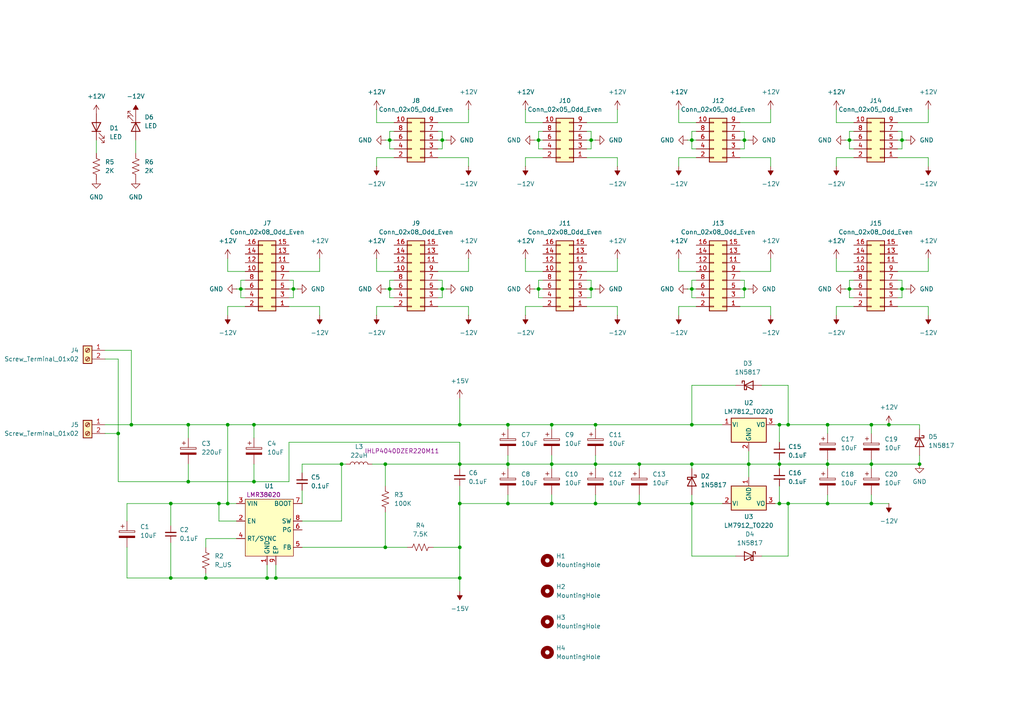
<source format=kicad_sch>
(kicad_sch (version 20231120) (generator "eeschema") (generator_version "8.0")
  (paper "A4")
  (junction (at 252.73 134.62))
  (junction (at 113.03 83.82))
  (junction (at 66.04 146.05))
  (junction (at 128.27 83.82))
  (junction (at 111.76 134.62))
  (junction (at 266.7 134.62))
  (junction (at 200.66 146.05))
  (junction (at 54.61 139.7))
  (junction (at 215.9 83.82))
  (junction (at 111.76 158.75))
  (junction (at 261.62 83.82))
  (junction (at 160.02 134.62))
  (junction (at 147.32 146.05))
  (junction (at 133.35 146.05))
  (junction (at 172.72 146.05))
  (junction (at 185.42 146.05))
  (junction (at 85.09 83.82))
  (junction (at 257.81 123.19))
  (junction (at 252.73 146.05))
  (junction (at 240.03 134.62))
  (junction (at 147.32 123.19))
  (junction (at 133.35 123.19))
  (junction (at 73.66 123.19))
  (junction (at 113.03 40.64))
  (junction (at 246.38 40.64))
  (junction (at 80.01 167.64))
  (junction (at 160.02 146.05))
  (junction (at 171.45 40.64))
  (junction (at 228.6 146.05))
  (junction (at 49.53 146.05))
  (junction (at 226.06 146.05))
  (junction (at 172.72 134.62))
  (junction (at 228.6 123.19))
  (junction (at 133.35 134.62))
  (junction (at 246.38 83.82))
  (junction (at 156.21 40.64))
  (junction (at 38.1 123.19))
  (junction (at 261.62 40.64))
  (junction (at 240.03 123.19))
  (junction (at 73.66 139.7))
  (junction (at 185.42 134.62))
  (junction (at 172.72 123.19))
  (junction (at 200.66 83.82))
  (junction (at 200.66 134.62))
  (junction (at 171.45 83.82))
  (junction (at 200.66 123.19))
  (junction (at 133.35 167.64))
  (junction (at 34.29 125.73))
  (junction (at 54.61 123.19))
  (junction (at 226.06 123.19))
  (junction (at 77.47 167.64))
  (junction (at 49.53 167.64))
  (junction (at 147.32 134.62))
  (junction (at 99.06 134.62))
  (junction (at 226.06 134.62))
  (junction (at 200.66 40.64))
  (junction (at 160.02 123.19))
  (junction (at 63.5 146.05))
  (junction (at 156.21 83.82))
  (junction (at 217.17 134.62))
  (junction (at 240.03 146.05))
  (junction (at 59.69 167.64))
  (junction (at 69.85 83.82))
  (junction (at 215.9 40.64))
  (junction (at 252.73 123.19))
  (junction (at 66.04 123.19))
  (junction (at 133.35 158.75))
  (junction (at 128.27 40.64))
  (wire (pts (xy 114.3 35.56) (xy 109.22 35.56)))
  (wire (pts (xy 66.04 146.05) (xy 66.04 123.19)))
  (wire (pts (xy 63.5 146.05) (xy 63.5 151.13)))
  (wire (pts (xy 240.03 133.35) (xy 240.03 134.62)))
  (wire (pts (xy 128.27 38.1) (xy 128.27 40.64)))
  (wire (pts (xy 36.83 146.05) (xy 36.83 151.13)))
  (wire (pts (xy 83.82 86.36) (xy 85.09 86.36)))
  (wire (pts (xy 99.06 134.62) (xy 100.33 134.62)))
  (wire (pts (xy 109.22 78.74) (xy 109.22 74.93)))
  (wire (pts (xy 147.32 123.19) (xy 147.32 124.46)))
  (wire (pts (xy 30.48 101.6) (xy 38.1 101.6)))
  (wire (pts (xy 133.35 134.62) (xy 133.35 135.89)))
  (wire (pts (xy 269.24 45.72) (xy 269.24 48.26)))
  (wire (pts (xy 87.63 134.62) (xy 99.06 134.62)))
  (wire (pts (xy 66.04 88.9) (xy 66.04 91.44)))
  (wire (pts (xy 260.35 43.18) (xy 261.62 43.18)))
  (wire (pts (xy 240.03 123.19) (xy 228.6 123.19)))
  (wire (pts (xy 113.03 81.28) (xy 113.03 83.82)))
  (wire (pts (xy 34.29 139.7) (xy 54.61 139.7)))
  (wire (pts (xy 49.53 157.48) (xy 49.53 167.64)))
  (wire (pts (xy 214.63 38.1) (xy 215.9 38.1)))
  (wire (pts (xy 114.3 38.1) (xy 113.03 38.1)))
  (wire (pts (xy 201.93 86.36) (xy 200.66 86.36)))
  (wire (pts (xy 260.35 35.56) (xy 269.24 35.56)))
  (wire (pts (xy 261.62 81.28) (xy 261.62 83.82)))
  (wire (pts (xy 127 40.64) (xy 128.27 40.64)))
  (wire (pts (xy 111.76 40.64) (xy 113.03 40.64)))
  (wire (pts (xy 196.85 78.74) (xy 196.85 74.93)))
  (wire (pts (xy 30.48 125.73) (xy 34.29 125.73)))
  (wire (pts (xy 200.66 146.05) (xy 209.55 146.05)))
  (wire (pts (xy 128.27 81.28) (xy 128.27 83.82)))
  (wire (pts (xy 226.06 134.62) (xy 240.03 134.62)))
  (wire (pts (xy 240.03 134.62) (xy 252.73 134.62)))
  (wire (pts (xy 36.83 167.64) (xy 49.53 167.64)))
  (wire (pts (xy 170.18 35.56) (xy 179.07 35.56)))
  (wire (pts (xy 171.45 86.36) (xy 171.45 83.82)))
  (wire (pts (xy 34.29 125.73) (xy 34.29 139.7)))
  (wire (pts (xy 54.61 134.62) (xy 54.61 139.7)))
  (wire (pts (xy 171.45 81.28) (xy 171.45 83.82)))
  (wire (pts (xy 252.73 134.62) (xy 266.7 134.62)))
  (wire (pts (xy 87.63 158.75) (xy 111.76 158.75)))
  (wire (pts (xy 201.93 45.72) (xy 196.85 45.72)))
  (wire (pts (xy 113.03 38.1) (xy 113.03 40.64)))
  (wire (pts (xy 125.73 158.75) (xy 133.35 158.75)))
  (wire (pts (xy 246.38 83.82) (xy 247.65 83.82)))
  (wire (pts (xy 157.48 43.18) (xy 156.21 43.18)))
  (wire (pts (xy 83.82 88.9) (xy 92.71 88.9)))
  (wire (pts (xy 171.45 83.82) (xy 172.72 83.82)))
  (wire (pts (xy 127 45.72) (xy 135.89 45.72)))
  (wire (pts (xy 127 38.1) (xy 128.27 38.1)))
  (wire (pts (xy 83.82 128.27) (xy 133.35 128.27)))
  (wire (pts (xy 133.35 123.19) (xy 147.32 123.19)))
  (wire (pts (xy 214.63 81.28) (xy 215.9 81.28)))
  (wire (pts (xy 54.61 123.19) (xy 66.04 123.19)))
  (wire (pts (xy 245.11 40.64) (xy 246.38 40.64)))
  (wire (pts (xy 257.81 123.19) (xy 252.73 123.19)))
  (wire (pts (xy 170.18 86.36) (xy 171.45 86.36)))
  (wire (pts (xy 152.4 78.74) (xy 152.4 74.93)))
  (wire (pts (xy 260.35 88.9) (xy 269.24 88.9)))
  (wire (pts (xy 261.62 86.36) (xy 261.62 83.82)))
  (wire (pts (xy 59.69 156.21) (xy 59.69 158.75)))
  (wire (pts (xy 160.02 123.19) (xy 160.02 124.46)))
  (wire (pts (xy 247.65 43.18) (xy 246.38 43.18)))
  (wire (pts (xy 247.65 38.1) (xy 246.38 38.1)))
  (wire (pts (xy 179.07 35.56) (xy 179.07 31.75)))
  (wire (pts (xy 114.3 43.18) (xy 113.03 43.18)))
  (wire (pts (xy 215.9 38.1) (xy 215.9 40.64)))
  (wire (pts (xy 128.27 43.18) (xy 128.27 40.64)))
  (wire (pts (xy 217.17 134.62) (xy 217.17 138.43)))
  (wire (pts (xy 172.72 123.19) (xy 172.72 124.46)))
  (wire (pts (xy 269.24 35.56) (xy 269.24 31.75)))
  (wire (pts (xy 199.39 40.64) (xy 200.66 40.64)))
  (wire (pts (xy 68.58 151.13) (xy 63.5 151.13)))
  (wire (pts (xy 213.36 161.29) (xy 200.66 161.29)))
  (wire (pts (xy 242.57 35.56) (xy 242.57 31.75)))
  (wire (pts (xy 226.06 133.35) (xy 226.06 134.62)))
  (wire (pts (xy 156.21 83.82) (xy 157.48 83.82)))
  (wire (pts (xy 133.35 146.05) (xy 147.32 146.05)))
  (wire (pts (xy 133.35 158.75) (xy 133.35 167.64)))
  (wire (pts (xy 247.65 35.56) (xy 242.57 35.56)))
  (wire (pts (xy 109.22 35.56) (xy 109.22 31.75)))
  (wire (pts (xy 214.63 35.56) (xy 223.52 35.56)))
  (wire (pts (xy 114.3 78.74) (xy 109.22 78.74)))
  (wire (pts (xy 59.69 166.37) (xy 59.69 167.64)))
  (wire (pts (xy 99.06 151.13) (xy 99.06 134.62)))
  (wire (pts (xy 133.35 115.57) (xy 133.35 123.19)))
  (wire (pts (xy 245.11 83.82) (xy 246.38 83.82)))
  (wire (pts (xy 92.71 78.74) (xy 92.71 74.93)))
  (wire (pts (xy 217.17 130.81) (xy 217.17 134.62)))
  (wire (pts (xy 196.85 45.72) (xy 196.85 48.26)))
  (wire (pts (xy 260.35 38.1) (xy 261.62 38.1)))
  (wire (pts (xy 147.32 132.08) (xy 147.32 134.62)))
  (wire (pts (xy 71.12 88.9) (xy 66.04 88.9)))
  (wire (pts (xy 214.63 88.9) (xy 223.52 88.9)))
  (wire (pts (xy 135.89 35.56) (xy 135.89 31.75)))
  (wire (pts (xy 87.63 142.24) (xy 87.63 146.05)))
  (wire (pts (xy 49.53 146.05) (xy 63.5 146.05)))
  (wire (pts (xy 200.66 38.1) (xy 200.66 40.64)))
  (wire (pts (xy 38.1 101.6) (xy 38.1 123.19)))
  (wire (pts (xy 156.21 38.1) (xy 156.21 40.64)))
  (wire (pts (xy 228.6 111.76) (xy 228.6 123.19)))
  (wire (pts (xy 185.42 146.05) (xy 200.66 146.05)))
  (wire (pts (xy 127 86.36) (xy 128.27 86.36)))
  (wire (pts (xy 127 88.9) (xy 135.89 88.9)))
  (wire (pts (xy 59.69 167.64) (xy 77.47 167.64)))
  (wire (pts (xy 172.72 134.62) (xy 185.42 134.62)))
  (wire (pts (xy 80.01 167.64) (xy 80.01 163.83)))
  (wire (pts (xy 172.72 132.08) (xy 172.72 134.62)))
  (wire (pts (xy 228.6 123.19) (xy 226.06 123.19)))
  (wire (pts (xy 127 43.18) (xy 128.27 43.18)))
  (wire (pts (xy 172.72 123.19) (xy 200.66 123.19)))
  (wire (pts (xy 224.79 123.19) (xy 226.06 123.19)))
  (wire (pts (xy 111.76 158.75) (xy 118.11 158.75)))
  (wire (pts (xy 80.01 167.64) (xy 77.47 167.64)))
  (wire (pts (xy 160.02 134.62) (xy 160.02 135.89)))
  (wire (pts (xy 240.03 134.62) (xy 240.03 135.89)))
  (wire (pts (xy 199.39 83.82) (xy 200.66 83.82)))
  (wire (pts (xy 215.9 86.36) (xy 215.9 83.82)))
  (wire (pts (xy 261.62 38.1) (xy 261.62 40.64)))
  (wire (pts (xy 87.63 134.62) (xy 87.63 137.16)))
  (wire (pts (xy 246.38 43.18) (xy 246.38 40.64)))
  (wire (pts (xy 128.27 40.64) (xy 129.54 40.64)))
  (wire (pts (xy 171.45 43.18) (xy 171.45 40.64)))
  (wire (pts (xy 223.52 88.9) (xy 223.52 91.44)))
  (wire (pts (xy 209.55 123.19) (xy 200.66 123.19)))
  (wire (pts (xy 160.02 132.08) (xy 160.02 134.62)))
  (wire (pts (xy 114.3 45.72) (xy 109.22 45.72)))
  (wire (pts (xy 157.48 35.56) (xy 152.4 35.56)))
  (wire (pts (xy 200.66 143.51) (xy 200.66 146.05)))
  (wire (pts (xy 135.89 78.74) (xy 135.89 74.93)))
  (wire (pts (xy 34.29 104.14) (xy 34.29 125.73)))
  (wire (pts (xy 49.53 167.64) (xy 59.69 167.64)))
  (wire (pts (xy 73.66 139.7) (xy 83.82 139.7)))
  (wire (pts (xy 201.93 38.1) (xy 200.66 38.1)))
  (wire (pts (xy 114.3 88.9) (xy 109.22 88.9)))
  (wire (pts (xy 49.53 146.05) (xy 49.53 152.4)))
  (wire (pts (xy 127 35.56) (xy 135.89 35.56)))
  (wire (pts (xy 114.3 81.28) (xy 113.03 81.28)))
  (wire (pts (xy 152.4 35.56) (xy 152.4 31.75)))
  (wire (pts (xy 223.52 45.72) (xy 223.52 48.26)))
  (wire (pts (xy 127 81.28) (xy 128.27 81.28)))
  (wire (pts (xy 30.48 123.19) (xy 38.1 123.19)))
  (wire (pts (xy 246.38 38.1) (xy 246.38 40.64)))
  (wire (pts (xy 85.09 83.82) (xy 86.36 83.82)))
  (wire (pts (xy 160.02 146.05) (xy 172.72 146.05)))
  (wire (pts (xy 266.7 124.46) (xy 266.7 123.19)))
  (wire (pts (xy 228.6 161.29) (xy 228.6 146.05)))
  (wire (pts (xy 196.85 35.56) (xy 196.85 31.75)))
  (wire (pts (xy 196.85 88.9) (xy 196.85 91.44)))
  (wire (pts (xy 223.52 78.74) (xy 223.52 74.93)))
  (wire (pts (xy 27.94 40.64) (xy 27.94 44.45)))
  (wire (pts (xy 71.12 78.74) (xy 66.04 78.74)))
  (wire (pts (xy 127 78.74) (xy 135.89 78.74)))
  (wire (pts (xy 147.32 146.05) (xy 160.02 146.05)))
  (wire (pts (xy 160.02 134.62) (xy 172.72 134.62)))
  (wire (pts (xy 157.48 45.72) (xy 152.4 45.72)))
  (wire (pts (xy 260.35 83.82) (xy 261.62 83.82)))
  (wire (pts (xy 170.18 43.18) (xy 171.45 43.18)))
  (wire (pts (xy 113.03 43.18) (xy 113.03 40.64)))
  (wire (pts (xy 92.71 88.9) (xy 92.71 91.44)))
  (wire (pts (xy 170.18 88.9) (xy 179.07 88.9)))
  (wire (pts (xy 157.48 38.1) (xy 156.21 38.1)))
  (wire (pts (xy 156.21 86.36) (xy 156.21 83.82)))
  (wire (pts (xy 111.76 134.62) (xy 111.76 140.97)))
  (wire (pts (xy 157.48 78.74) (xy 152.4 78.74)))
  (wire (pts (xy 247.65 45.72) (xy 242.57 45.72)))
  (wire (pts (xy 260.35 45.72) (xy 269.24 45.72)))
  (wire (pts (xy 107.95 134.62) (xy 111.76 134.62)))
  (wire (pts (xy 66.04 78.74) (xy 66.04 74.93)))
  (wire (pts (xy 200.66 86.36) (xy 200.66 83.82)))
  (wire (pts (xy 87.63 151.13) (xy 99.06 151.13)))
  (wire (pts (xy 247.65 86.36) (xy 246.38 86.36)))
  (wire (pts (xy 85.09 81.28) (xy 85.09 83.82)))
  (wire (pts (xy 214.63 78.74) (xy 223.52 78.74)))
  (wire (pts (xy 128.27 83.82) (xy 129.54 83.82)))
  (wire (pts (xy 223.52 35.56) (xy 223.52 31.75)))
  (wire (pts (xy 157.48 88.9) (xy 152.4 88.9)))
  (wire (pts (xy 71.12 81.28) (xy 69.85 81.28)))
  (wire (pts (xy 49.53 146.05) (xy 36.83 146.05)))
  (wire (pts (xy 242.57 45.72) (xy 242.57 48.26)))
  (wire (pts (xy 200.66 83.82) (xy 201.93 83.82)))
  (wire (pts (xy 200.66 40.64) (xy 201.93 40.64)))
  (wire (pts (xy 83.82 78.74) (xy 92.71 78.74)))
  (wire (pts (xy 214.63 83.82) (xy 215.9 83.82)))
  (wire (pts (xy 66.04 146.05) (xy 68.58 146.05)))
  (wire (pts (xy 66.04 123.19) (xy 73.66 123.19)))
  (wire (pts (xy 172.72 143.51) (xy 172.72 146.05)))
  (wire (pts (xy 252.73 125.73) (xy 252.73 123.19)))
  (wire (pts (xy 147.32 134.62) (xy 160.02 134.62)))
  (wire (pts (xy 152.4 88.9) (xy 152.4 91.44)))
  (wire (pts (xy 215.9 81.28) (xy 215.9 83.82)))
  (wire (pts (xy 69.85 81.28) (xy 69.85 83.82)))
  (wire (pts (xy 252.73 123.19) (xy 240.03 123.19)))
  (wire (pts (xy 252.73 133.35) (xy 252.73 134.62)))
  (wire (pts (xy 224.79 146.05) (xy 226.06 146.05)))
  (wire (pts (xy 39.37 40.64) (xy 39.37 44.45)))
  (wire (pts (xy 77.47 167.64) (xy 77.47 163.83)))
  (wire (pts (xy 260.35 78.74) (xy 269.24 78.74)))
  (wire (pts (xy 201.93 43.18) (xy 200.66 43.18)))
  (wire (pts (xy 111.76 148.59) (xy 111.76 158.75)))
  (wire (pts (xy 147.32 134.62) (xy 147.32 135.89)))
  (wire (pts (xy 133.35 134.62) (xy 147.32 134.62)))
  (wire (pts (xy 127 83.82) (xy 128.27 83.82)))
  (wire (pts (xy 133.35 146.05) (xy 133.35 158.75)))
  (wire (pts (xy 128.27 86.36) (xy 128.27 83.82)))
  (wire (pts (xy 114.3 86.36) (xy 113.03 86.36)))
  (wire (pts (xy 157.48 81.28) (xy 156.21 81.28)))
  (wire (pts (xy 179.07 88.9) (xy 179.07 91.44)))
  (wire (pts (xy 30.48 104.14) (xy 34.29 104.14)))
  (wire (pts (xy 113.03 83.82) (xy 114.3 83.82)))
  (wire (pts (xy 147.32 143.51) (xy 147.32 146.05)))
  (wire (pts (xy 215.9 40.64) (xy 217.17 40.64)))
  (wire (pts (xy 201.93 78.74) (xy 196.85 78.74)))
  (wire (pts (xy 220.98 111.76) (xy 228.6 111.76)))
  (wire (pts (xy 260.35 40.64) (xy 261.62 40.64)))
  (wire (pts (xy 156.21 43.18) (xy 156.21 40.64)))
  (wire (pts (xy 170.18 78.74) (xy 179.07 78.74)))
  (wire (pts (xy 85.09 86.36) (xy 85.09 83.82)))
  (wire (pts (xy 185.42 134.62) (xy 200.66 134.62)))
  (wire (pts (xy 246.38 86.36) (xy 246.38 83.82)))
  (wire (pts (xy 228.6 146.05) (xy 240.03 146.05)))
  (wire (pts (xy 200.66 134.62) (xy 200.66 135.89)))
  (wire (pts (xy 257.81 146.05) (xy 252.73 146.05)))
  (wire (pts (xy 226.06 134.62) (xy 226.06 135.89)))
  (wire (pts (xy 200.66 111.76) (xy 200.66 123.19)))
  (wire (pts (xy 185.42 143.51) (xy 185.42 146.05)))
  (wire (pts (xy 252.73 143.51) (xy 252.73 146.05)))
  (wire (pts (xy 172.72 134.62) (xy 172.72 135.89)))
  (wire (pts (xy 36.83 158.75) (xy 36.83 167.64)))
  (wire (pts (xy 247.65 78.74) (xy 242.57 78.74)))
  (wire (pts (xy 170.18 45.72) (xy 179.07 45.72)))
  (wire (pts (xy 246.38 81.28) (xy 246.38 83.82)))
  (wire (pts (xy 152.4 45.72) (xy 152.4 48.26)))
  (wire (pts (xy 71.12 86.36) (xy 69.85 86.36)))
  (wire (pts (xy 133.35 128.27) (xy 133.35 134.62)))
  (wire (pts (xy 135.89 45.72) (xy 135.89 48.26)))
  (wire (pts (xy 83.82 83.82) (xy 85.09 83.82)))
  (wire (pts (xy 73.66 134.62) (xy 73.66 139.7)))
  (wire (pts (xy 269.24 88.9) (xy 269.24 91.44)))
  (wire (pts (xy 170.18 40.64) (xy 171.45 40.64)))
  (wire (pts (xy 113.03 86.36) (xy 113.03 83.82)))
  (wire (pts (xy 260.35 86.36) (xy 261.62 86.36)))
  (wire (pts (xy 157.48 86.36) (xy 156.21 86.36)))
  (wire (pts (xy 261.62 43.18) (xy 261.62 40.64)))
  (wire (pts (xy 54.61 139.7) (xy 73.66 139.7)))
  (wire (pts (xy 217.17 134.62) (xy 226.06 134.62)))
  (wire (pts (xy 252.73 146.05) (xy 240.03 146.05)))
  (wire (pts (xy 240.03 125.73) (xy 240.03 123.19)))
  (wire (pts (xy 171.45 40.64) (xy 172.72 40.64)))
  (wire (pts (xy 63.5 146.05) (xy 66.04 146.05)))
  (wire (pts (xy 261.62 40.64) (xy 262.89 40.64)))
  (wire (pts (xy 200.66 43.18) (xy 200.66 40.64)))
  (wire (pts (xy 170.18 83.82) (xy 171.45 83.82)))
  (wire (pts (xy 109.22 45.72) (xy 109.22 48.26)))
  (wire (pts (xy 215.9 43.18) (xy 215.9 40.64)))
  (wire (pts (xy 261.62 83.82) (xy 262.89 83.82)))
  (wire (pts (xy 156.21 81.28) (xy 156.21 83.82)))
  (wire (pts (xy 200.66 161.29) (xy 200.66 146.05)))
  (wire (pts (xy 160.02 143.51) (xy 160.02 146.05)))
  (wire (pts (xy 200.66 134.62) (xy 217.17 134.62)))
  (wire (pts (xy 226.06 146.05) (xy 228.6 146.05)))
  (wire (pts (xy 147.32 123.19) (xy 160.02 123.19)))
  (wire (pts (xy 156.21 40.64) (xy 157.48 40.64)))
  (wire (pts (xy 226.06 123.19) (xy 226.06 128.27)))
  (wire (pts (xy 213.36 111.76) (xy 200.66 111.76)))
  (wire (pts (xy 201.93 35.56) (xy 196.85 35.56)))
  (wire (pts (xy 68.58 83.82) (xy 69.85 83.82)))
  (wire (pts (xy 252.73 134.62) (xy 252.73 135.89)))
  (wire (pts (xy 200.66 81.28) (xy 200.66 83.82)))
  (wire (pts (xy 247.65 88.9) (xy 242.57 88.9)))
  (wire (pts (xy 133.35 140.97) (xy 133.35 146.05)))
  (wire (pts (xy 246.38 40.64) (xy 247.65 40.64)))
  (wire (pts (xy 69.85 83.82) (xy 71.12 83.82)))
  (wire (pts (xy 201.93 81.28) (xy 200.66 81.28)))
  (wire (pts (xy 214.63 40.64) (xy 215.9 40.64)))
  (wire (pts (xy 214.63 43.18) (xy 215.9 43.18)))
  (wire (pts (xy 269.24 78.74) (xy 269.24 74.93)))
  (wire (pts (xy 179.07 45.72) (xy 179.07 48.26)))
  (wire (pts (xy 170.18 81.28) (xy 171.45 81.28)))
  (wire (pts (xy 247.65 81.28) (xy 246.38 81.28)))
  (wire (pts (xy 242.57 88.9) (xy 242.57 91.44)))
  (wire (pts (xy 133.35 167.64) (xy 133.35 171.45)))
  (wire (pts (xy 69.85 86.36) (xy 69.85 83.82)))
  (wire (pts (xy 54.61 127) (xy 54.61 123.19)))
  (wire (pts (xy 220.98 161.29) (xy 228.6 161.29)))
  (wire (pts (xy 111.76 134.62) (xy 133.35 134.62)))
  (wire (pts (xy 214.63 45.72) (xy 223.52 45.72)))
  (wire (pts (xy 215.9 83.82) (xy 217.17 83.82)))
  (wire (pts (xy 154.94 83.82) (xy 156.21 83.82)))
  (wire (pts (xy 160.02 123.19) (xy 172.72 123.19)))
  (wire (pts (xy 83.82 139.7) (xy 83.82 128.27)))
  (wire (pts (xy 73.66 123.19) (xy 73.66 127)))
  (wire (pts (xy 172.72 146.05) (xy 185.42 146.05)))
  (wire (pts (xy 260.35 81.28) (xy 261.62 81.28)))
  (wire (pts (xy 111.76 83.82) (xy 113.03 83.82)))
  (wire (pts (xy 109.22 88.9) (xy 109.22 91.44)))
  (wire (pts (xy 266.7 123.19) (xy 257.81 123.19)))
  (wire (pts (xy 226.06 140.97) (xy 226.06 146.05)))
  (wire (pts (xy 185.42 134.62) (xy 185.42 135.89)))
  (wire (pts (xy 73.66 123.19) (xy 133.35 123.19)))
  (wire (pts (xy 68.58 156.21) (xy 59.69 156.21)))
  (wire (pts (xy 240.03 143.51) (xy 240.03 146.05)))
  (wire (pts (xy 170.18 38.1) (xy 171.45 38.1)))
  (wire (pts (xy 214.63 86.36) (xy 215.9 86.36)))
  (wire (pts (xy 171.45 38.1) (xy 171.45 40.64)))
  (wire (pts (xy 242.57 78.74) (xy 242.57 74.93)))
  (wire (pts (xy 266.7 132.08) (xy 266.7 134.62)))
  (wire (pts (xy 154.94 40.64) (xy 156.21 40.64)))
  (wire (pts (xy 179.07 78.74) (xy 179.07 74.93)))
  (wire (pts (xy 83.82 81.28) (xy 85.09 81.28)))
  (wire (pts (xy 113.03 40.64) (xy 114.3 40.64)))
  (wire (pts (xy 201.93 88.9) (xy 196.85 88.9)))
  (wire (pts (xy 133.35 167.64) (xy 80.01 167.64)))
  (wire (pts (xy 135.89 88.9) (xy 135.89 91.44)))
  (wire (pts (xy 38.1 123.19) (xy 54.61 123.19)))
  (symbol (lib_id "Device:LED") (at 27.94 36.83 90) (unit 1)
    (property "Reference" "D1" (at 31.75 37.1474 90) (effects (justify right)))
    (property "Value" "LED" (at 31.75 39.6874 90) (effects (justify right)))
    (property "Footprint" "LED_SMD:LED_0603_1608Metric_Pad1.05x0.95mm_HandSolder" (effects (hide yes)))
    (property "Description" "Light emitting diode" (effects (hide yes)))
  )
  (symbol (lib_id "Mechanical:MountingHole") (at 158.75 180.34 0) (unit 1)
    (property "Reference" "H3" (at 161.29 179.0699 0) (effects (justify left)))
    (property "Value" "MountingHole" (at 161.29 181.6099 0) (effects (justify left)))
    (property "Footprint" "MountingHole:MountingHole_3.2mm_M3_Pad" (effects (hide yes)))
    (property "Description" "Mounting Hole without connection" (effects (hide yes)))
  )
  (symbol (lib_id "Synthesizer:LMR38010") (at 71.12 144.78 0) (unit 1)
    (property "Reference" "U1" (at 78.105 140.97 0))
    (property "Value" "~" (at 78.105 143.51 0))
    (property "Footprint" "Package_SO:SOIC-8-1EP_3.9x4.9mm_P1.27mm_EP2.29x3mm" (effects (hide yes)))
    (property "Description" "LMR38020" (at 76.454 143.51 0))
  )
  (symbol (lib_id "power:GND") (at 86.36 83.82 90) (unit 1)
    (property "Reference" "#PWR018" (effects (hide yes)))
    (property "Value" "GND" (at 90.17 83.8199 90) (effects (justify right)))
    (property "Description" "Power symbol creates a global label with name \"GND\" , ground" (effects (hide yes)))
  )
  (symbol (lib_id "power:+12V") (at 242.57 74.93 0) (unit 1)
    (property "Reference" "#PWR063" (effects (hide yes)))
    (property "Value" "+12V" (at 242.57 69.85 0))
    (property "Description" "Power symbol creates a global label with name \"+12V\"" (effects (hide yes)))
  )
  (symbol (lib_id "power:+12V") (at 269.24 74.93 0) (unit 1)
    (property "Reference" "#PWR074" (effects (hide yes)))
    (property "Value" "+12V" (at 269.24 69.85 0))
    (property "Description" "Power symbol creates a global label with name \"+12V\"" (effects (hide yes)))
  )
  (symbol (lib_id "Device:R_US") (at 121.92 158.75 90) (unit 1)
    (property "Reference" "R4" (at 121.92 152.4 90))
    (property "Value" "7.5K" (at 121.92 154.94 90))
    (property "Footprint" "Resistor_SMD:R_0603_1608Metric_Pad0.98x0.95mm_HandSolder" (effects (hide yes)))
    (property "Description" "Resistor, US symbol" (effects (hide yes)))
  )
  (symbol (lib_id "power:GND") (at 129.54 83.82 90) (unit 1)
    (property "Reference" "#PWR030" (effects (hide yes)))
    (property "Value" "GND" (at 133.35 83.8199 90) (effects (justify right)))
    (property "Description" "Power symbol creates a global label with name \"GND\" , ground" (effects (hide yes)))
  )
  (symbol (lib_id "power:+12V") (at 257.81 123.19 0) (unit 1)
    (property "Reference" "#PWR067" (effects (hide yes)))
    (property "Value" "+12V" (at 257.81 118.11 0))
    (property "Description" "Power symbol creates a global label with name \"+12V\"" (effects (hide yes)))
  )
  (symbol (lib_id "Device:C_Polarized") (at 252.73 129.54 0) (unit 1)
    (property "Reference" "C19" (at 256.54 127.3809 0) (effects (justify left)))
    (property "Value" "10uF" (at 256.54 129.9209 0) (effects (justify left)))
    (property "Footprint" "Capacitor_SMD:C_1210_3225Metric_Pad1.33x2.70mm_HandSolder" (effects (hide yes)))
    (property "Description" "Polarized capacitor" (effects (hide yes)))
  )
  (symbol (lib_id "Device:C_Small") (at 133.35 138.43 180) (unit 1)
    (property "Reference" "C6" (at 135.89 137.1535 0) (effects (justify right)))
    (property "Value" "0.1uF" (at 135.89 139.6935 0) (effects (justify right)))
    (property "Footprint" "Capacitor_SMD:C_0603_1608Metric" (effects (hide yes)))
    (property "Description" "Unpolarized capacitor, small symbol" (effects (hide yes)))
  )
  (symbol (lib_id "power:-12V") (at 196.85 48.26 180) (unit 1)
    (property "Reference" "#PWR050" (effects (hide yes)))
    (property "Value" "-12V" (at 196.85 53.34 0))
    (property "Description" "Power symbol creates a global label with name \"-12V\"" (effects (hide yes)))
  )
  (symbol (lib_id "power:-12V") (at 135.89 48.26 180) (unit 1)
    (property "Reference" "#PWR034" (effects (hide yes)))
    (property "Value" "-12V" (at 135.89 53.34 0))
    (property "Description" "Power symbol creates a global label with name \"-12V\"" (effects (hide yes)))
  )
  (symbol (lib_id "power:GND") (at 129.54 40.64 90) (unit 1)
    (property "Reference" "#PWR029" (effects (hide yes)))
    (property "Value" "GND" (at 133.35 40.6399 90) (effects (justify right)))
    (property "Description" "Power symbol creates a global label with name \"GND\" , ground" (effects (hide yes)))
  )
  (symbol (lib_id "power:GND") (at 217.17 83.82 90) (unit 1)
    (property "Reference" "#PWR056" (effects (hide yes)))
    (property "Value" "GND" (at 220.98 83.8199 90) (effects (justify right)))
    (property "Description" "Power symbol creates a global label with name \"GND\" , ground" (effects (hide yes)))
  )
  (symbol (lib_id "Device:C_Polarized") (at 240.03 129.54 0) (unit 1)
    (property "Reference" "C17" (at 243.84 127.3809 0) (effects (justify left)))
    (property "Value" "10uF" (at 243.84 129.9209 0) (effects (justify left)))
    (property "Footprint" "Capacitor_SMD:C_1210_3225Metric_Pad1.33x2.70mm_HandSolder" (effects (hide yes)))
    (property "Description" "Polarized capacitor" (effects (hide yes)))
  )
  (symbol (lib_id "Device:R_US") (at 39.37 48.26 0) (unit 1)
    (property "Reference" "R6" (at 41.91 46.9899 0) (effects (justify left)))
    (property "Value" "2K" (at 41.91 49.5299 0) (effects (justify left)))
    (property "Footprint" "Resistor_SMD:R_0603_1608Metric_Pad0.98x0.95mm_HandSolder" (effects (hide yes)))
    (property "Description" "Resistor, US symbol" (effects (hide yes)))
  )
  (symbol (lib_id "Device:C_Polarized") (at 160.02 139.7 0) (unit 1)
    (property "Reference" "C10" (at 163.83 137.5409 0) (effects (justify left)))
    (property "Value" "10uF" (at 163.83 140.0809 0) (effects (justify left)))
    (property "Footprint" "Capacitor_SMD:C_1210_3225Metric_Pad1.33x2.70mm_HandSolder" (effects (hide yes)))
    (property "Description" "Polarized capacitor" (effects (hide yes)))
  )
  (symbol (lib_id "power:GND") (at 172.72 40.64 90) (unit 1)
    (property "Reference" "#PWR043" (effects (hide yes)))
    (property "Value" "GND" (at 176.53 40.6399 90) (effects (justify right)))
    (property "Description" "Power symbol creates a global label with name \"GND\" , ground" (effects (hide yes)))
  )
  (symbol (lib_id "power:+12V") (at 196.85 31.75 0) (unit 1)
    (property "Reference" "#PWR049" (effects (hide yes)))
    (property "Value" "+12V" (at 196.85 26.67 0))
    (property "Description" "Power symbol creates a global label with name \"+12V\"" (effects (hide yes)))
  )
  (symbol (lib_id "Connector_Generic:Conn_02x08_Odd_Even") (at 78.74 81.28 180) (unit 1)
    (property "Reference" "J7" (at 77.47 64.77 0))
    (property "Value" "Conn_02x08_Odd_Even" (at 77.47 67.31 0))
    (property "Footprint" "Connector_PinHeader_2.54mm:PinHeader_2x08_P2.54mm_Vertical" (effects (hide yes)))
    (property "Description" "Generic connector, double row, 02x08, odd/even pin numbering scheme (row 1 odd numbers, row 2 even numbers), script generated (kicad-library-utils/schlib/autogen/connector/)" (effects (hide yes)))
  )
  (symbol (lib_id "power:GND") (at 266.7 134.62 0) (unit 1)
    (property "Reference" "#PWR071" (effects (hide yes)))
    (property "Value" "GND" (at 266.7 139.7 0))
    (property "Description" "Power symbol creates a global label with name \"GND\" , ground" (effects (hide yes)))
  )
  (symbol (lib_id "Device:C_Polarized") (at 240.03 139.7 0) (unit 1)
    (property "Reference" "C18" (at 243.84 137.5409 0) (effects (justify left)))
    (property "Value" "10uF" (at 243.84 140.0809 0) (effects (justify left)))
    (property "Footprint" "Capacitor_SMD:C_1210_3225Metric_Pad1.33x2.70mm_HandSolder" (effects (hide yes)))
    (property "Description" "Polarized capacitor" (effects (hide yes)))
  )
  (symbol (lib_id "power:-12V") (at 242.57 91.44 180) (unit 1)
    (property "Reference" "#PWR064" (effects (hide yes)))
    (property "Value" "-12V" (at 242.57 96.52 0))
    (property "Description" "Power symbol creates a global label with name \"-12V\"" (effects (hide yes)))
  )
  (symbol (lib_id "power:GND") (at 172.72 83.82 90) (unit 1)
    (property "Reference" "#PWR044" (effects (hide yes)))
    (property "Value" "GND" (at 176.53 83.8199 90) (effects (justify right)))
    (property "Description" "Power symbol creates a global label with name \"GND\" , ground" (effects (hide yes)))
  )
  (symbol (lib_id "power:+12V") (at 92.71 74.93 0) (unit 1)
    (property "Reference" "#PWR021" (effects (hide yes)))
    (property "Value" "+12V" (at 92.71 69.85 0))
    (property "Description" "Power symbol creates a global label with name \"+12V\"" (effects (hide yes)))
  )
  (symbol (lib_id "power:GND") (at 262.89 83.82 90) (unit 1)
    (property "Reference" "#PWR070" (effects (hide yes)))
    (property "Value" "GND" (at 266.7 83.8199 90) (effects (justify right)))
    (property "Description" "Power symbol creates a global label with name \"GND\" , ground" (effects (hide yes)))
  )
  (symbol (lib_id "power:+12V") (at 242.57 31.75 0) (unit 1)
    (property "Reference" "#PWR061" (effects (hide yes)))
    (property "Value" "+12V" (at 242.57 26.67 0))
    (property "Description" "Power symbol creates a global label with name \"+12V\"" (effects (hide yes)))
  )
  (symbol (lib_id "Device:C_Polarized") (at 160.02 128.27 0) (unit 1)
    (property "Reference" "C9" (at 163.83 126.1109 0) (effects (justify left)))
    (property "Value" "10uF" (at 163.83 128.6509 0) (effects (justify left)))
    (property "Footprint" "Capacitor_SMD:C_1210_3225Metric_Pad1.33x2.70mm_HandSolder" (effects (hide yes)))
    (property "Description" "Polarized capacitor" (effects (hide yes)))
  )
  (symbol (lib_id "power:+12V") (at 135.89 74.93 0) (unit 1)
    (property "Reference" "#PWR035" (effects (hide yes)))
    (property "Value" "+12V" (at 135.89 69.85 0))
    (property "Description" "Power symbol creates a global label with name \"+12V\"" (effects (hide yes)))
  )
  (symbol (lib_id "power:GND") (at 217.17 40.64 90) (unit 1)
    (property "Reference" "#PWR055" (effects (hide yes)))
    (property "Value" "GND" (at 220.98 40.6399 90) (effects (justify right)))
    (property "Description" "Power symbol creates a global label with name \"GND\" , ground" (effects (hide yes)))
  )
  (symbol (lib_id "power:-12V") (at 133.35 171.45 180) (unit 1)
    (property "Reference" "#PWR032" (effects (hide yes)))
    (property "Value" "-15V" (at 133.35 176.53 0))
    (property "Description" "Power symbol creates a global label with name \"-12V\"" (effects (hide yes)))
  )
  (symbol (lib_id "power:-12V") (at 242.57 48.26 180) (unit 1)
    (property "Reference" "#PWR062" (effects (hide yes)))
    (property "Value" "-12V" (at 242.57 53.34 0))
    (property "Description" "Power symbol creates a global label with name \"-12V\"" (effects (hide yes)))
  )
  (symbol (lib_id "Diode:1N5817") (at 217.17 161.29 0) (mirror y) (unit 1)
    (property "Reference" "D4" (at 217.4875 154.94 0))
    (property "Value" "1N5817" (at 217.4875 157.48 0))
    (property "Footprint" "Diode_SMD:D_SOD-123" (effects (hide yes)))
    (property "Datasheet" "http://www.vishay.com/docs/88525/1n5817.pdf" (effects (hide yes)))
    (property "Description" "20V 1A Schottky Barrier Rectifier Diode, DO-41" (effects (hide yes)))
  )
  (symbol (lib_id "Connector:Screw_Terminal_01x02") (at 25.4 123.19 0) (mirror y) (unit 1)
    (property "Reference" "J5" (at 22.86 123.1899 0) (effects (justify left)))
    (property "Value" "Screw_Terminal_01x02" (at 22.86 125.7299 0) (effects (justify left)))
    (property "Footprint" "TerminalBlock_Phoenix:TerminalBlock_Phoenix_PT-1,5-2-3.5-H_1x02_P3.50mm_Horizontal" (effects (hide yes)))
    (property "Description" "Generic screw terminal, single row, 01x02, script generated (kicad-library-utils/schlib/autogen/connector/)" (effects (hide yes)))
  )
  (symbol (lib_id "power:+12V") (at 269.24 31.75 0) (unit 1)
    (property "Reference" "#PWR072" (effects (hide yes)))
    (property "Value" "+12V" (at 269.24 26.67 0))
    (property "Description" "Power symbol creates a global label with name \"+12V\"" (effects (hide yes)))
  )
  (symbol (lib_id "power:-12V") (at 223.52 48.26 180) (unit 1)
    (property "Reference" "#PWR058" (effects (hide yes)))
    (property "Value" "-12V" (at 223.52 53.34 0))
    (property "Description" "Power symbol creates a global label with name \"-12V\"" (effects (hide yes)))
  )
  (symbol (lib_id "power:-12V") (at 179.07 91.44 180) (unit 1)
    (property "Reference" "#PWR048" (effects (hide yes)))
    (property "Value" "-12V" (at 179.07 96.52 0))
    (property "Description" "Power symbol creates a global label with name \"-12V\"" (effects (hide yes)))
  )
  (symbol (lib_id "power:GND") (at 245.11 83.82 270) (unit 1)
    (property "Reference" "#PWR066" (effects (hide yes)))
    (property "Value" "GND" (at 241.3 83.8199 90) (effects (justify right)))
    (property "Description" "Power symbol creates a global label with name \"GND\" , ground" (effects (hide yes)))
  )
  (symbol (lib_id "power:-12V") (at 66.04 91.44 180) (unit 1)
    (property "Reference" "#PWR014" (effects (hide yes)))
    (property "Value" "-12V" (at 66.04 96.52 0))
    (property "Description" "Power symbol creates a global label with name \"-12V\"" (effects (hide yes)))
  )
  (symbol (lib_id "Connector_Generic:Conn_02x08_Odd_Even") (at 255.27 81.28 180) (unit 1)
    (property "Reference" "J15" (at 254 64.77 0))
    (property "Value" "Conn_02x08_Odd_Even" (at 254 67.31 0))
    (property "Footprint" "Connector_PinHeader_2.54mm:PinHeader_2x08_P2.54mm_Vertical" (effects (hide yes)))
    (property "Description" "Generic connector, double row, 02x08, odd/even pin numbering scheme (row 1 odd numbers, row 2 even numbers), script generated (kicad-library-utils/schlib/autogen/connector/)" (effects (hide yes)))
  )
  (symbol (lib_id "Connector_Generic:Conn_02x08_Odd_Even") (at 165.1 81.28 180) (unit 1)
    (property "Reference" "J11" (at 163.83 64.77 0))
    (property "Value" "Conn_02x08_Odd_Even" (at 163.83 67.31 0))
    (property "Footprint" "Connector_PinHeader_2.54mm:PinHeader_2x08_P2.54mm_Vertical" (effects (hide yes)))
    (property "Description" "Generic connector, double row, 02x08, odd/even pin numbering scheme (row 1 odd numbers, row 2 even numbers), script generated (kicad-library-utils/schlib/autogen/connector/)" (effects (hide yes)))
  )
  (symbol (lib_id "Device:C_Small") (at 49.53 154.94 180) (unit 1)
    (property "Reference" "C2" (at 52.07 153.6635 0) (effects (justify right)))
    (property "Value" "0.1uF" (at 52.07 156.2035 0) (effects (justify right)))
    (property "Footprint" "Capacitor_SMD:C_0603_1608Metric" (effects (hide yes)))
    (property "Description" "Unpolarized capacitor, small symbol" (effects (hide yes)))
  )
  (symbol (lib_id "Regulator_Linear:LM7912_TO220") (at 217.17 146.05 0) (unit 1)
    (property "Reference" "U3" (at 217.17 149.86 0))
    (property "Value" "LM7912_TO220" (at 217.17 152.4 0))
    (property "Footprint" "Package_TO_SOT_THT:TO-220-3_Horizontal_TabDown" (effects (hide yes)))
    (property "Datasheet" "hhttps://www.onsemi.com/pub/Collateral/MC7900-D.PDF" (effects (hide yes)))
    (property "Description" "Negative 1A 35V Linear Regulator, Fixed Output 12V, TO-220" (effects (hide yes)))
  )
  (symbol (lib_id "Regulator_Linear:LM7812_TO220") (at 217.17 123.19 0) (unit 1)
    (property "Reference" "U2" (at 217.17 116.84 0))
    (property "Value" "LM7812_TO220" (at 217.17 119.38 0))
    (property "Footprint" "Package_TO_SOT_THT:TO-220-3_Horizontal_TabDown" (effects (hide yes)))
    (property "Datasheet" "https://www.onsemi.cn/PowerSolutions/document/MC7800-D.PDF" (effects (hide yes)))
    (property "Description" "Positive 1A 35V Linear Regulator, Fixed Output 12V, TO-220" (effects (hide yes)))
  )
  (symbol (lib_id "power:-12V") (at 109.22 91.44 180) (unit 1)
    (property "Reference" "#PWR026" (effects (hide yes)))
    (property "Value" "-12V" (at 109.22 96.52 0))
    (property "Description" "Power symbol creates a global label with name \"-12V\"" (effects (hide yes)))
  )
  (symbol (lib_id "Connector_Generic:Conn_02x05_Odd_Even") (at 165.1 40.64 180) (unit 1)
    (property "Reference" "J10" (at 163.83 29.21 0))
    (property "Value" "Conn_02x05_Odd_Even" (at 163.83 31.75 0))
    (property "Footprint" "Connector_PinHeader_2.54mm:PinHeader_2x05_P2.54mm_Vertical" (effects (hide yes)))
    (property "Description" "Generic connector, double row, 02x05, odd/even pin numbering scheme (row 1 odd numbers, row 2 even numbers), script generated (kicad-library-utils/schlib/autogen/connector/)" (effects (hide yes)))
  )
  (symbol (lib_id "power:+12V") (at 109.22 74.93 0) (unit 1)
    (property "Reference" "#PWR025" (effects (hide yes)))
    (property "Value" "+12V" (at 109.22 69.85 0))
    (property "Description" "Power symbol creates a global label with name \"+12V\"" (effects (hide yes)))
  )
  (symbol (lib_id "power:-12V") (at 196.85 91.44 180) (unit 1)
    (property "Reference" "#PWR052" (effects (hide yes)))
    (property "Value" "-12V" (at 196.85 96.52 0))
    (property "Description" "Power symbol creates a global label with name \"-12V\"" (effects (hide yes)))
  )
  (symbol (lib_id "power:+12V") (at 27.94 33.02 0) (unit 1)
    (property "Reference" "#PWR01" (effects (hide yes)))
    (property "Value" "+12V" (at 27.94 27.94 0))
    (property "Description" "Power symbol creates a global label with name \"+12V\"" (effects (hide yes)))
  )
  (symbol (lib_id "power:GND") (at 68.58 83.82 270) (unit 1)
    (property "Reference" "#PWR016" (effects (hide yes)))
    (property "Value" "GND" (at 64.77 83.8199 90) (effects (justify right)))
    (property "Description" "Power symbol creates a global label with name \"GND\" , ground" (effects (hide yes)))
  )
  (symbol (lib_id "Device:C_Small") (at 226.06 138.43 0) (unit 1)
    (property "Reference" "C16" (at 228.6 137.1662 0) (effects (justify left)))
    (property "Value" "0.1uF" (at 228.6 139.7062 0) (effects (justify left)))
    (property "Footprint" "Capacitor_SMD:C_0603_1608Metric" (effects (hide yes)))
    (property "Description" "Unpolarized capacitor, small symbol" (effects (hide yes)))
  )
  (symbol (lib_id "Device:R_US") (at 27.94 48.26 0) (unit 1)
    (property "Reference" "R5" (at 30.48 46.9899 0) (effects (justify left)))
    (property "Value" "2K" (at 30.48 49.5299 0) (effects (justify left)))
    (property "Footprint" "Resistor_SMD:R_0603_1608Metric_Pad0.98x0.95mm_HandSolder" (effects (hide yes)))
    (property "Description" "Resistor, US symbol" (effects (hide yes)))
  )
  (symbol (lib_id "Diode:1N5817") (at 266.7 128.27 270) (unit 1)
    (property "Reference" "D5" (at 269.24 126.6824 90) (effects (justify left)))
    (property "Value" "1N5817" (at 269.24 129.2224 90) (effects (justify left)))
    (property "Footprint" "Diode_SMD:D_SOD-123" (effects (hide yes)))
    (property "Datasheet" "http://www.vishay.com/docs/88525/1n5817.pdf" (effects (hide yes)))
    (property "Description" "20V 1A Schottky Barrier Rectifier Diode, DO-41" (effects (hide yes)))
  )
  (symbol (lib_id "Connector_Generic:Conn_02x05_Odd_Even") (at 121.92 40.64 180) (unit 1)
    (property "Reference" "J8" (at 120.65 29.21 0))
    (property "Value" "Conn_02x05_Odd_Even" (at 120.65 31.75 0))
    (property "Footprint" "Connector_PinHeader_2.54mm:PinHeader_2x05_P2.54mm_Vertical" (effects (hide yes)))
    (property "Description" "Generic connector, double row, 02x05, odd/even pin numbering scheme (row 1 odd numbers, row 2 even numbers), script generated (kicad-library-utils/schlib/autogen/connector/)" (effects (hide yes)))
  )
  (symbol (lib_id "Diode:1N5817") (at 200.66 139.7 270) (unit 1)
    (property "Reference" "D2" (at 203.2 138.1124 90) (effects (justify left)))
    (property "Value" "1N5817" (at 203.2 140.6524 90) (effects (justify left)))
    (property "Footprint" "Diode_SMD:D_SOD-123" (effects (hide yes)))
    (property "Datasheet" "http://www.vishay.com/docs/88525/1n5817.pdf" (effects (hide yes)))
    (property "Description" "20V 1A Schottky Barrier Rectifier Diode, DO-41" (effects (hide yes)))
  )
  (symbol (lib_id "power:-12V") (at 152.4 48.26 180) (unit 1)
    (property "Reference" "#PWR038" (effects (hide yes)))
    (property "Value" "-12V" (at 152.4 53.34 0))
    (property "Description" "Power symbol creates a global label with name \"-12V\"" (effects (hide yes)))
  )
  (symbol (lib_id "power:-12V") (at 257.81 146.05 180) (unit 1)
    (property "Reference" "#PWR068" (effects (hide yes)))
    (property "Value" "-12V" (at 257.81 151.13 0))
    (property "Description" "Power symbol creates a global label with name \"-12V\"" (effects (hide yes)))
  )
  (symbol (lib_id "Device:C_Polarized") (at 172.72 139.7 0) (unit 1)
    (property "Reference" "C12" (at 176.53 137.5409 0) (effects (justify left)))
    (property "Value" "10uF" (at 176.53 140.0809 0) (effects (justify left)))
    (property "Footprint" "Capacitor_SMD:C_1210_3225Metric_Pad1.33x2.70mm_HandSolder" (effects (hide yes)))
    (property "Description" "Polarized capacitor" (effects (hide yes)))
  )
  (symbol (lib_id "Device:R_US") (at 59.69 162.56 0) (unit 1)
    (property "Reference" "R2" (at 62.23 161.2899 0) (effects (justify left)))
    (property "Value" "R_US" (at 62.23 163.8299 0) (effects (justify left)))
    (property "Footprint" "Resistor_SMD:R_0603_1608Metric_Pad0.98x0.95mm_HandSolder" (effects (hide yes)))
    (property "Description" "Resistor, US symbol" (effects (hide yes)))
  )
  (symbol (lib_id "power:+12V") (at 135.89 31.75 0) (unit 1)
    (property "Reference" "#PWR033" (effects (hide yes)))
    (property "Value" "+12V" (at 135.89 26.67 0))
    (property "Description" "Power symbol creates a global label with name \"+12V\"" (effects (hide yes)))
  )
  (symbol (lib_id "Mechanical:MountingHole") (at 158.75 162.56 0) (unit 1)
    (property "Reference" "H1" (at 161.29 161.2899 0) (effects (justify left)))
    (property "Value" "MountingHole" (at 161.29 163.8299 0) (effects (justify left)))
    (property "Footprint" "MountingHole:MountingHole_3.2mm_M3_Pad" (effects (hide yes)))
    (property "Description" "Mounting Hole without connection" (effects (hide yes)))
  )
  (symbol (lib_id "power:+12V") (at 223.52 74.93 0) (unit 1)
    (property "Reference" "#PWR059" (effects (hide yes)))
    (property "Value" "+12V" (at 223.52 69.85 0))
    (property "Description" "Power symbol creates a global label with name \"+12V\"" (effects (hide yes)))
  )
  (symbol (lib_id "power:-12V") (at 152.4 91.44 180) (unit 1)
    (property "Reference" "#PWR040" (effects (hide yes)))
    (property "Value" "-12V" (at 152.4 96.52 0))
    (property "Description" "Power symbol creates a global label with name \"-12V\"" (effects (hide yes)))
  )
  (symbol (lib_id "power:+12V") (at 223.52 31.75 0) (unit 1)
    (property "Reference" "#PWR057" (effects (hide yes)))
    (property "Value" "+12V" (at 223.52 26.67 0))
    (property "Description" "Power symbol creates a global label with name \"+12V\"" (effects (hide yes)))
  )
  (symbol (lib_id "power:GND") (at 154.94 83.82 270) (unit 1)
    (property "Reference" "#PWR042" (effects (hide yes)))
    (property "Value" "GND" (at 151.13 83.8199 90) (effects (justify right)))
    (property "Description" "Power symbol creates a global label with name \"GND\" , ground" (effects (hide yes)))
  )
  (symbol (lib_id "Diode:1N5817") (at 217.17 111.76 0) (unit 1)
    (property "Reference" "D3" (at 216.8525 105.41 0))
    (property "Value" "1N5817" (at 216.8525 107.95 0))
    (property "Footprint" "Diode_SMD:D_SOD-123" (effects (hide yes)))
    (property "Datasheet" "http://www.vishay.com/docs/88525/1n5817.pdf" (effects (hide yes)))
    (property "Description" "20V 1A Schottky Barrier Rectifier Diode, DO-41" (effects (hide yes)))
  )
  (symbol (lib_id "power:+12V") (at 152.4 31.75 0) (unit 1)
    (property "Reference" "#PWR037" (effects (hide yes)))
    (property "Value" "+12V" (at 152.4 26.67 0))
    (property "Description" "Power symbol creates a global label with name \"+12V\"" (effects (hide yes)))
  )
  (symbol (lib_id "power:-12V") (at 179.07 48.26 180) (unit 1)
    (property "Reference" "#PWR046" (effects (hide yes)))
    (property "Value" "-12V" (at 179.07 53.34 0))
    (property "Description" "Power symbol creates a global label with name \"-12V\"" (effects (hide yes)))
  )
  (symbol (lib_id "Device:C_Polarized") (at 147.32 128.27 0) (unit 1)
    (property "Reference" "C7" (at 151.13 126.1109 0) (effects (justify left)))
    (property "Value" "10uF" (at 151.13 128.6509 0) (effects (justify left)))
    (property "Footprint" "Capacitor_SMD:C_1210_3225Metric_Pad1.33x2.70mm_HandSolder" (effects (hide yes)))
    (property "Description" "Polarized capacitor" (effects (hide yes)))
  )
  (symbol (lib_id "power:+12V") (at 152.4 74.93 0) (unit 1)
    (property "Reference" "#PWR039" (effects (hide yes)))
    (property "Value" "+12V" (at 152.4 69.85 0))
    (property "Description" "Power symbol creates a global label with name \"+12V\"" (effects (hide yes)))
  )
  (symbol (lib_id "power:GND") (at 111.76 40.64 270) (unit 1)
    (property "Reference" "#PWR027" (effects (hide yes)))
    (property "Value" "GND" (at 107.95 40.6399 90) (effects (justify right)))
    (property "Description" "Power symbol creates a global label with name \"GND\" , ground" (effects (hide yes)))
  )
  (symbol (lib_id "Device:L") (at 104.14 134.62 90) (unit 1)
    (property "Reference" "L3" (at 104.14 129.54 90))
    (property "Value" "22uH" (at 104.14 132.08 90))
    (property "Footprint" "Inductor_SMD:L_Vishay_IHLP-4040" (effects (hide yes)))
    (property "Datasheet" "IHLP4040DZER220M11" (at 116.586 130.81 90))
    (property "Description" "Inductor" (effects (hide yes)))
  )
  (symbol (lib_id "power:+12V") (at 196.85 74.93 0) (unit 1)
    (property "Reference" "#PWR051" (effects (hide yes)))
    (property "Value" "+12V" (at 196.85 69.85 0))
    (property "Description" "Power symbol creates a global label with name \"+12V\"" (effects (hide yes)))
  )
  (symbol (lib_id "Device:C_Small") (at 226.06 130.81 0) (unit 1)
    (property "Reference" "C15" (at 228.6 129.5462 0) (effects (justify left)))
    (property "Value" "0.1uF" (at 228.6 132.0862 0) (effects (justify left)))
    (property "Footprint" "Capacitor_SMD:C_0603_1608Metric" (effects (hide yes)))
    (property "Description" "Unpolarized capacitor, small symbol" (effects (hide yes)))
  )
  (symbol (lib_id "Device:C_Polarized") (at 147.32 139.7 0) (unit 1)
    (property "Reference" "C8" (at 151.13 137.5409 0) (effects (justify left)))
    (property "Value" "10uF" (at 151.13 140.0809 0) (effects (justify left)))
    (property "Footprint" "Capacitor_SMD:C_1210_3225Metric_Pad1.33x2.70mm_HandSolder" (effects (hide yes)))
    (property "Description" "Polarized capacitor" (effects (hide yes)))
  )
  (symbol (lib_id "power:GND") (at 27.94 52.07 0) (unit 1)
    (property "Reference" "#PWR03" (effects (hide yes)))
    (property "Value" "GND" (at 27.94 57.15 0))
    (property "Description" "Power symbol creates a global label with name \"GND\" , ground" (effects (hide yes)))
  )
  (symbol (lib_id "power:GND") (at 245.11 40.64 270) (unit 1)
    (property "Reference" "#PWR065" (effects (hide yes)))
    (property "Value" "GND" (at 241.3 40.6399 90) (effects (justify right)))
    (property "Description" "Power symbol creates a global label with name \"GND\" , ground" (effects (hide yes)))
  )
  (symbol (lib_id "Device:C_Polarized") (at 54.61 130.81 0) (unit 1)
    (property "Reference" "C3" (at 58.42 128.6509 0) (effects (justify left)))
    (property "Value" "220uF" (at 58.42 131.1909 0) (effects (justify left)))
    (property "Footprint" "Capacitor_THT:CP_Radial_D6.3mm_P2.50mm" (effects (hide yes)))
    (property "Description" "860020472006" (effects (hide yes)))
  )
  (symbol (lib_id "power:-12V") (at 39.37 33.02 0) (unit 1)
    (property "Reference" "#PWR02" (effects (hide yes)))
    (property "Value" "-12V" (at 39.37 27.94 0))
    (property "Description" "Power symbol creates a global label with name \"-12V\"" (effects (hide yes)))
  )
  (symbol (lib_id "power:GND") (at 262.89 40.64 90) (unit 1)
    (property "Reference" "#PWR069" (effects (hide yes)))
    (property "Value" "GND" (at 266.7 40.6399 90) (effects (justify right)))
    (property "Description" "Power symbol creates a global label with name \"GND\" , ground" (effects (hide yes)))
  )
  (symbol (lib_id "Connector_Generic:Conn_02x05_Odd_Even") (at 255.27 40.64 180) (unit 1)
    (property "Reference" "J14" (at 254 29.21 0))
    (property "Value" "Conn_02x05_Odd_Even" (at 254 31.75 0))
    (property "Footprint" "Connector_PinHeader_2.54mm:PinHeader_2x05_P2.54mm_Vertical" (effects (hide yes)))
    (property "Description" "Generic connector, double row, 02x05, odd/even pin numbering scheme (row 1 odd numbers, row 2 even numbers), script generated (kicad-library-utils/schlib/autogen/connector/)" (effects (hide yes)))
  )
  (symbol (lib_id "Device:C_Polarized") (at 185.42 139.7 0) (unit 1)
    (property "Reference" "C13" (at 189.23 137.5409 0) (effects (justify left)))
    (property "Value" "10uF" (at 189.23 140.0809 0) (effects (justify left)))
    (property "Footprint" "Capacitor_SMD:C_1210_3225Metric_Pad1.33x2.70mm_HandSolder" (effects (hide yes)))
    (property "Description" "Polarized capacitor" (effects (hide yes)))
  )
  (symbol (lib_id "power:GND") (at 39.37 52.07 0) (unit 1)
    (property "Reference" "#PWR04" (effects (hide yes)))
    (property "Value" "GND" (at 39.37 57.15 0))
    (property "Description" "Power symbol creates a global label with name \"GND\" , ground" (effects (hide yes)))
  )
  (symbol (lib_id "Device:R_US") (at 111.76 144.78 180) (unit 1)
    (property "Reference" "R3" (at 114.3 143.5099 0) (effects (justify right)))
    (property "Value" "100K" (at 114.3 146.0499 0) (effects (justify right)))
    (property "Footprint" "Resistor_SMD:R_0603_1608Metric_Pad0.98x0.95mm_HandSolder" (effects (hide yes)))
    (property "Description" "Resistor, US symbol" (effects (hide yes)))
  )
  (symbol (lib_id "Connector_Generic:Conn_02x08_Odd_Even") (at 121.92 81.28 180) (unit 1)
    (property "Reference" "J9" (at 120.65 64.77 0))
    (property "Value" "Conn_02x08_Odd_Even" (at 120.65 67.31 0))
    (property "Footprint" "Connector_PinHeader_2.54mm:PinHeader_2x08_P2.54mm_Vertical" (effects (hide yes)))
    (property "Description" "Generic connector, double row, 02x08, odd/even pin numbering scheme (row 1 odd numbers, row 2 even numbers), script generated (kicad-library-utils/schlib/autogen/connector/)" (effects (hide yes)))
  )
  (symbol (lib_id "Device:C_Polarized") (at 73.66 130.81 0) (unit 1)
    (property "Reference" "C4" (at 77.47 128.6509 0) (effects (justify left)))
    (property "Value" "10uF" (at 77.47 131.1909 0) (effects (justify left)))
    (property "Footprint" "Capacitor_SMD:C_1210_3225Metric_Pad1.33x2.70mm_HandSolder" (effects (hide yes)))
    (property "Description" "Polarized capacitor" (effects (hide yes)))
  )
  (symbol (lib_id "power:GND") (at 199.39 40.64 270) (unit 1)
    (property "Reference" "#PWR053" (effects (hide yes)))
    (property "Value" "GND" (at 195.58 40.6399 90) (effects (justify right)))
    (property "Description" "Power symbol creates a global label with name \"GND\" , ground" (effects (hide yes)))
  )
  (symbol (lib_id "power:GND") (at 199.39 83.82 270) (unit 1)
    (property "Reference" "#PWR054" (effects (hide yes)))
    (property "Value" "GND" (at 195.58 83.8199 90) (effects (justify right)))
    (property "Description" "Power symbol creates a global label with name \"GND\" , ground" (effects (hide yes)))
  )
  (symbol (lib_id "power:+12V") (at 179.07 31.75 0) (unit 1)
    (property "Reference" "#PWR045" (effects (hide yes)))
    (property "Value" "+12V" (at 179.07 26.67 0))
    (property "Description" "Power symbol creates a global label with name \"+12V\"" (effects (hide yes)))
  )
  (symbol (lib_id "Device:C_Polarized") (at 36.83 154.94 0) (unit 1)
    (property "Reference" "C1" (at 40.64 152.7809 0) (effects (justify left)))
    (property "Value" "10uF" (at 40.64 155.3209 0) (effects (justify left)))
    (property "Footprint" "Capacitor_SMD:C_1210_3225Metric_Pad1.33x2.70mm_HandSolder" (effects (hide yes)))
    (property "Description" "Polarized capacitor" (effects (hide yes)))
  )
  (symbol (lib_id "Mechanical:MountingHole") (at 158.75 189.23 0) (unit 1)
    (property "Reference" "H4" (at 161.29 187.9599 0) (effects (justify left)))
    (property "Value" "MountingHole" (at 161.29 190.4999 0) (effects (justify left)))
    (property "Footprint" "MountingHole:MountingHole_3.2mm_M3_Pad" (effects (hide yes)))
    (property "Description" "Mounting Hole without connection" (effects (hide yes)))
  )
  (symbol (lib_id "power:+12V") (at 179.07 74.93 0) (unit 1)
    (property "Reference" "#PWR047" (effects (hide yes)))
    (property "Value" "+12V" (at 179.07 69.85 0))
    (property "Description" "Power symbol creates a global label with name \"+12V\"" (effects (hide yes)))
  )
  (symbol (lib_id "power:-12V") (at 269.24 48.26 180) (unit 1)
    (property "Reference" "#PWR073" (effects (hide yes)))
    (property "Value" "-12V" (at 269.24 53.34 0))
    (property "Description" "Power symbol creates a global label with name \"-12V\"" (effects (hide yes)))
  )
  (symbol (lib_id "Device:C_Polarized") (at 172.72 128.27 0) (unit 1)
    (property "Reference" "C11" (at 176.53 126.1109 0) (effects (justify left)))
    (property "Value" "10uF" (at 176.53 128.6509 0) (effects (justify left)))
    (property "Footprint" "Capacitor_SMD:C_1210_3225Metric_Pad1.33x2.70mm_HandSolder" (effects (hide yes)))
    (property "Description" "Polarized capacitor" (effects (hide yes)))
  )
  (symbol (lib_id "Connector_Generic:Conn_02x05_Odd_Even") (at 209.55 40.64 180) (unit 1)
    (property "Reference" "J12" (at 208.28 29.21 0))
    (property "Value" "Conn_02x05_Odd_Even" (at 208.28 31.75 0))
    (property "Footprint" "Connector_PinHeader_2.54mm:PinHeader_2x05_P2.54mm_Vertical" (effects (hide yes)))
    (property "Description" "Generic connector, double row, 02x05, odd/even pin numbering scheme (row 1 odd numbers, row 2 even numbers), script generated (kicad-library-utils/schlib/autogen/connector/)" (effects (hide yes)))
  )
  (symbol (lib_id "power:-12V") (at 135.89 91.44 180) (unit 1)
    (property "Reference" "#PWR036" (effects (hide yes)))
    (property "Value" "-12V" (at 135.89 96.52 0))
    (property "Description" "Power symbol creates a global label with name \"-12V\"" (effects (hide yes)))
  )
  (symbol (lib_id "power:+12V") (at 109.22 31.75 0) (unit 1)
    (property "Reference" "#PWR023" (effects (hide yes)))
    (property "Value" "+12V" (at 109.22 26.67 0))
    (property "Description" "Power symbol creates a global label with name \"+12V\"" (effects (hide yes)))
  )
  (symbol (lib_id "power:-12V") (at 223.52 91.44 180) (unit 1)
    (property "Reference" "#PWR060" (effects (hide yes)))
    (property "Value" "-12V" (at 223.52 96.52 0))
    (property "Description" "Power symbol creates a global label with name \"-12V\"" (effects (hide yes)))
  )
  (symbol (lib_id "Device:C_Polarized") (at 252.73 139.7 0) (unit 1)
    (property "Reference" "C20" (at 256.54 137.5409 0) (effects (justify left)))
    (property "Value" "10uF" (at 256.54 140.0809 0) (effects (justify left)))
    (property "Footprint" "Capacitor_SMD:C_1210_3225Metric_Pad1.33x2.70mm_HandSolder" (effects (hide yes)))
    (property "Description" "Polarized capacitor" (effects (hide yes)))
  )
  (symbol (lib_id "Connector_Generic:Conn_02x08_Odd_Even") (at 209.55 81.28 180) (unit 1)
    (property "Reference" "J13" (at 208.28 64.77 0))
    (property "Value" "Conn_02x08_Odd_Even" (at 208.28 67.31 0))
    (property "Footprint" "Connector_PinHeader_2.54mm:PinHeader_2x08_P2.54mm_Vertical" (effects (hide yes)))
    (property "Description" "Generic connector, double row, 02x08, odd/even pin numbering scheme (row 1 odd numbers, row 2 even numbers), script generated (kicad-library-utils/schlib/autogen/connector/)" (effects (hide yes)))
  )
  (symbol (lib_id "Device:C_Small") (at 87.63 139.7 180) (unit 1)
    (property "Reference" "C5" (at 90.17 138.4235 0) (effects (justify right)))
    (property "Value" "0.1uF" (at 90.17 140.9635 0) (effects (justify right)))
    (property "Footprint" "Capacitor_SMD:C_0603_1608Metric" (effects (hide yes)))
    (property "Description" "Unpolarized capacitor, small symbol" (effects (hide yes)))
  )
  (symbol (lib_id "power:-12V") (at 109.22 48.26 180) (unit 1)
    (property "Reference" "#PWR024" (effects (hide yes)))
    (property "Value" "-12V" (at 109.22 53.34 0))
    (property "Description" "Power symbol creates a global label with name \"-12V\"" (effects (hide yes)))
  )
  (symbol (lib_id "Connector:Screw_Terminal_01x02") (at 25.4 101.6 0) (mirror y) (unit 1)
    (property "Reference" "J4" (at 22.86 101.5999 0) (effects (justify left)))
    (property "Value" "Screw_Terminal_01x02" (at 22.86 104.1399 0) (effects (justify left)))
    (property "Footprint" "TerminalBlock_Phoenix:TerminalBlock_Phoenix_PT-1,5-2-3.5-H_1x02_P3.50mm_Horizontal" (effects (hide yes)))
    (property "Description" "Generic screw terminal, single row, 01x02, script generated (kicad-library-utils/schlib/autogen/connector/)" (effects (hide yes)))
  )
  (symbol (lib_id "Mechanical:MountingHole") (at 158.75 171.45 0) (unit 1)
    (property "Reference" "H2" (at 161.29 170.1799 0) (effects (justify left)))
    (property "Value" "MountingHole" (at 161.29 172.7199 0) (effects (justify left)))
    (property "Footprint" "MountingHole:MountingHole_3.2mm_M3_Pad" (effects (hide yes)))
    (property "Description" "Mounting Hole without connection" (effects (hide yes)))
  )
  (symbol (lib_id "power:-12V") (at 92.71 91.44 180) (unit 1)
    (property "Reference" "#PWR022" (effects (hide yes)))
    (property "Value" "-12V" (at 92.71 96.52 0))
    (property "Description" "Power symbol creates a global label with name \"-12V\"" (effects (hide yes)))
  )
  (symbol (lib_id "power:GND") (at 111.76 83.82 270) (unit 1)
    (property "Reference" "#PWR028" (effects (hide yes)))
    (property "Value" "GND" (at 107.95 83.8199 90) (effects (justify right)))
    (property "Description" "Power symbol creates a global label with name \"GND\" , ground" (effects (hide yes)))
  )
  (symbol (lib_id "power:+12V") (at 66.04 74.93 0) (unit 1)
    (property "Reference" "#PWR013" (effects (hide yes)))
    (property "Value" "+12V" (at 66.04 69.85 0))
    (property "Description" "Power symbol creates a global label with name \"+12V\"" (effects (hide yes)))
  )
  (symbol (lib_id "power:-12V") (at 269.24 91.44 180) (unit 1)
    (property "Reference" "#PWR075" (effects (hide yes)))
    (property "Value" "-12V" (at 269.24 96.52 0))
    (property "Description" "Power symbol creates a global label with name \"-12V\"" (effects (hide yes)))
  )
  (symbol (lib_id "power:GND") (at 154.94 40.64 270) (unit 1)
    (property "Reference" "#PWR041" (effects (hide yes)))
    (property "Value" "GND" (at 151.13 40.6399 90) (effects (justify right)))
    (property "Description" "Power symbol creates a global label with name \"GND\" , ground" (effects (hide yes)))
  )
  (symbol (lib_id "power:+12V") (at 133.35 115.57 0) (unit 1)
    (property "Reference" "#PWR031" (effects (hide yes)))
    (property "Value" "+15V" (at 133.35 110.49 0))
    (property "Description" "Power symbol creates a global label with name \"+12V\"" (effects (hide yes)))
  )
  (symbol (lib_id "Device:LED") (at 39.37 36.83 270) (unit 1)
    (property "Reference" "D6" (at 41.91 33.9724 90) (effects (justify left)))
    (property "Value" "LED" (at 41.91 36.5124 90) (effects (justify left)))
    (property "Footprint" "LED_SMD:LED_0603_1608Metric_Pad1.05x0.95mm_HandSolder" (effects (hide yes)))
    (property "Description" "Light emitting diode" (effects (hide yes)))
  )
)
</source>
